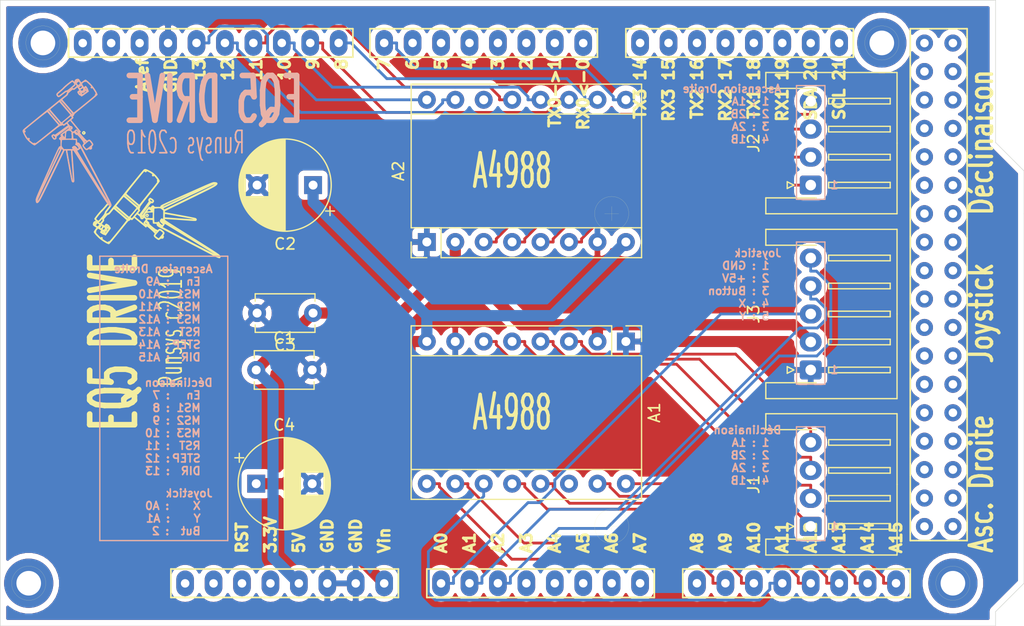
<source format=kicad_pcb>
(kicad_pcb (version 20171130) (host pcbnew 5.1.5-52549c5~84~ubuntu18.04.1)
  (layers (0 F.Cu signal) (31 B.Cu signal) (34 B.Paste user) (35 F.Paste user) (36 B.SilkS user) (37 F.SilkS user) (38 B.Mask user hide) (39 F.Mask user) (44 Edge.Cuts user))
  (net 0 "")
  (net 1 "Net-(SH1-Pad19)")
  (net 2 "Net-(SH1-Pad18)")
  (net 3 "Net-(SH1-Pad17)")
  (net 4 "Net-(SH1-Pad16)")
  (net 5 "Net-(SH1-Pad15)")
  (net 6 "Net-(SH1-Pad14)")
  (net 7 /13)
  (net 8 /12)
  (net 9 /11)
  (net 10 /10)
  (net 11 /9)
  (net 12 /8)
  (net 13 /7)
  (net 14 "Net-(SH1-Pad6)")
  (net 15 "Net-(SH1-Pad5)")
  (net 16 "Net-(SH1-Pad4)")
  (net 17 "Net-(SH1-Pad3)")
  (net 18 "Net-(SH1-Pad1)")
  (net 19 /A15)
  (net 20 /A14)
  (net 21 /A13)
  (net 22 /A12)
  (net 23 /A11)
  (net 24 /A10)
  (net 25 /A9)
  (net 26 "Net-(SH1-PadA8)")
  (net 27 "Net-(SH1-PadA7)")
  (net 28 "Net-(SH1-PadA6)")
  (net 29 "Net-(SH1-PadA5)")
  (net 30 "Net-(SH1-PadA4)")
  (net 31 "Net-(SH1-PadA3)")
  (net 32 "Net-(SH1-Pad21/2)")
  (net 33 "Net-(SH1-Pad20/2)")
  (net 34 "Net-(SH1-PadAREF)")
  (net 35 "Net-(SH1-Pad0)")
  (net 36 "Net-(SH1-Pad20/1)")
  (net 37 "Net-(SH1-Pad21/1)")
  (net 38 "Net-(SH1-Pad5V/3)")
  (net 39 "Net-(SH1-Pad5V/2)")
  (net 40 "Net-(SH1-Pad49)")
  (net 41 "Net-(SH1-Pad48)")
  (net 42 "Net-(SH1-Pad47)")
  (net 43 "Net-(SH1-Pad46)")
  (net 44 "Net-(SH1-Pad45)")
  (net 45 "Net-(SH1-Pad44)")
  (net 46 "Net-(SH1-Pad43)")
  (net 47 "Net-(SH1-Pad42)")
  (net 48 "Net-(SH1-Pad41)")
  (net 49 "Net-(SH1-Pad40)")
  (net 50 "Net-(SH1-Pad39)")
  (net 51 "Net-(SH1-Pad38)")
  (net 52 "Net-(SH1-Pad37)")
  (net 53 "Net-(SH1-Pad36)")
  (net 54 "Net-(SH1-Pad35)")
  (net 55 "Net-(SH1-Pad34)")
  (net 56 "Net-(SH1-Pad33)")
  (net 57 "Net-(SH1-Pad32)")
  (net 58 "Net-(SH1-Pad31)")
  (net 59 "Net-(SH1-Pad30)")
  (net 60 "Net-(SH1-Pad29)")
  (net 61 "Net-(SH1-Pad28)")
  (net 62 "Net-(SH1-Pad27)")
  (net 63 "Net-(SH1-Pad26)")
  (net 64 "Net-(SH1-Pad25)")
  (net 65 "Net-(SH1-Pad24)")
  (net 66 "Net-(SH1-Pad23)")
  (net 67 "Net-(SH1-Pad22)")
  (net 68 "Net-(SH1-Pad53)")
  (net 69 "Net-(SH1-Pad52)")
  (net 70 "Net-(SH1-Pad51)")
  (net 71 "Net-(SH1-Pad50)")
  (net 72 "Net-(SH1-PadGND4)")
  (net 73 "Net-(SH1-Pad3V3)")
  (net 74 "Net-(SH1-PadRST)")
  (net 75 "Net-(SH1-PadIREF)")
  (net 76 "Net-(SH1-PadNC)")
  (net 77 "Net-(A1-Pad3)")
  (net 78 "Net-(A1-Pad4)")
  (net 79 "Net-(A1-Pad5)")
  (net 80 "Net-(A1-Pad6)")
  (net 81 "Net-(A1-Pad14)")
  (net 82 "Net-(A2-Pad3)")
  (net 83 "Net-(A2-Pad4)")
  (net 84 "Net-(A2-Pad5)")
  (net 85 "Net-(A2-Pad6)")
  (net 86 "Net-(A2-Pad14)")
  (net 87 GND)
  (net 88 +5V)
  (net 89 +12V)
  (net 90 /A2)
  (net 91 /A0)
  (net 92 /A1)
  (net 93 "Net-(SH1-Pad2)")
  (module Connector_JST:JST_XH_S5B-XH-A-1_1x05_P2.50mm_Horizontal (layer F.Cu) (at 163.83 95.25 90)
    (fp_text reference J3 (at 5 -5.1 90) (layer F.SilkS))
    (fp_text value Conn_01x05_Male)
    (pad 5 thru_hole oval (at 10 0 90) (size 1.7 1.95) (drill 0.95) (layers *.Cu *.Mask) (net 90 /A2))
    (pad 4 thru_hole oval (at 7.5 0 90) (size 1.7 1.95) (drill 0.95) (layers *.Cu *.Mask) (net 92 /A1))
    (pad 3 thru_hole oval (at 5 0 90) (size 1.7 1.95) (drill 0.95) (layers *.Cu *.Mask) (net 91 /A0))
    (pad 2 thru_hole oval (at 2.5 0 90) (size 1.7 1.95) (drill 0.95) (layers *.Cu *.Mask) (net 88 +5V))
    (pad 1 thru_hole roundrect (at 0 0 90) (size 1.7 1.95) (drill 0.95) (layers *.Cu *.Mask) (roundrect_rratio 0.147059) (net 87 GND))
  )
  (module Connector_JST:JST_XH_S4B-XH-A-1_1x04_P2.50mm_Horizontal (layer F.Cu) (at 163.83 78.74 90)
    (fp_text reference J2 (at 3.75 -5.1 90) (layer F.SilkS))
    (fp_text value Conn_01x04_Male)
    (pad 4 thru_hole oval (at 7.5 0 90) (size 1.7 1.95) (drill 0.95) (layers *.Cu *.Mask) (net 82 "Net-(A2-Pad3)"))
    (pad 3 thru_hole oval (at 5 0 90) (size 1.7 1.95) (drill 0.95) (layers *.Cu *.Mask) (net 83 "Net-(A2-Pad4)"))
    (pad 2 thru_hole oval (at 2.5 0 90) (size 1.7 1.95) (drill 0.95) (layers *.Cu *.Mask) (net 84 "Net-(A2-Pad5)"))
    (pad 1 thru_hole roundrect (at 0 0 90) (size 1.7 1.95) (drill 0.95) (layers *.Cu *.Mask) (roundrect_rratio 0.147059) (net 85 "Net-(A2-Pad6)"))
  )
  (module Connector_JST:JST_XH_S4B-XH-A-1_1x04_P2.50mm_Horizontal (layer F.Cu) (at 163.83 109.22 90)
    (fp_text reference J1 (at 3.75 -5.1 90) (layer F.SilkS))
    (fp_text value Conn_01x04_Male)
    (pad 4 thru_hole oval (at 7.5 0 90) (size 1.7 1.95) (drill 0.95) (layers *.Cu *.Mask) (net 77 "Net-(A1-Pad3)"))
    (pad 3 thru_hole oval (at 5 0 90) (size 1.7 1.95) (drill 0.95) (layers *.Cu *.Mask) (net 78 "Net-(A1-Pad4)"))
    (pad 2 thru_hole oval (at 2.5 0 90) (size 1.7 1.95) (drill 0.95) (layers *.Cu *.Mask) (net 79 "Net-(A1-Pad5)"))
    (pad 1 thru_hole roundrect (at 0 0 90) (size 1.7 1.95) (drill 0.95) (layers *.Cu *.Mask) (roundrect_rratio 0.147059) (net 80 "Net-(A1-Pad6)"))
  )
  (module Capacitor_THT:C_Disc_D5.1mm_W3.2mm_P5.00mm (layer F.Cu) (at 119.38 90.17 180)
    (fp_text reference C3 (at 2.5 -2.85) (layer F.SilkS))
    (fp_text value 100n)
    (pad 2 thru_hole circle (at 5 0 180) (size 1.6 1.6) (drill 0.8) (layers *.Cu *.Mask) (net 87 GND))
    (pad 1 thru_hole circle (at 0 0 180) (size 1.6 1.6) (drill 0.8) (layers *.Cu *.Mask) (net 88 +5V))
  )
  (module Capacitor_THT:C_Disc_D5.1mm_W3.2mm_P5.00mm (layer F.Cu) (at 114.3 95.25)
    (fp_text reference C1 (at 2.5 -2.85) (layer F.SilkS))
    (fp_text value 100n)
    (pad 2 thru_hole circle (at 5 0) (size 1.6 1.6) (drill 0.8) (layers *.Cu *.Mask) (net 87 GND))
    (pad 1 thru_hole circle (at 0 0) (size 1.6 1.6) (drill 0.8) (layers *.Cu *.Mask) (net 88 +5V))
  )
  (module logo:tele (layer F.Cu) (at 99.06 74.93)
    (fp_text reference G1 hide)
    (fp_text value LOGO hide)
  )
  (module logo:tele (layer F.Cu) (at 105.41 81.28 90)
    (fp_text reference G0 hide)
    (fp_text value LOGO hide)
  )
  (module Capacitor_THT:CP_Radial_D8.0mm_P5.00mm (layer F.Cu) (at 114.3 105.41)
    (fp_text reference C4 (at 2.5 -5.25) (layer F.SilkS))
    (fp_text value 100u)
    (pad 2 thru_hole circle (at 5 0) (size 1.6 1.6) (drill 0.8) (layers *.Cu *.Mask) (net 87 GND))
    (pad 1 thru_hole rect (at 0 0) (size 1.6 1.6) (drill 0.8) (layers *.Cu *.Mask) (net 89 +12V))
  )
  (module Capacitor_THT:CP_Radial_D8.0mm_P5.00mm (layer F.Cu) (at 119.38 78.74 180)
    (fp_text reference C2 (at 2.5 -5.25) (layer F.SilkS))
    (fp_text value 100u)
    (pad 2 thru_hole circle (at 5 0 180) (size 1.6 1.6) (drill 0.8) (layers *.Cu *.Mask) (net 87 GND))
    (pad 1 thru_hole rect (at 0 0 180) (size 1.6 1.6) (drill 0.8) (layers *.Cu *.Mask) (net 89 +12V))
  )
  (module MountingHole:MountingHole_2.2mm_M2_Pad (layer F.Cu) (at 176.53 114.3)
    (fp_text reference REF2 hide)
    (fp_text value MountingHole_2.2mm_M2_Pad)
    (pad 1 thru_hole circle (at 0 0) (size 4.4 4.4) (drill 2.2) (layers *.Cu *.Mask))
  )
  (module MountingHole:MountingHole_2.2mm_M2_Pad (layer F.Cu) (at 170.18 66.04)
    (fp_text reference REF3 hide)
    (fp_text value MountingHole_2.2mm_M2_Pad)
    (pad 1 thru_hole circle (at 0 0) (size 4.4 4.4) (drill 2.2) (layers *.Cu *.Mask))
  )
  (module MountingHole:MountingHole_2.2mm_M2_Pad (layer F.Cu) (at 93.98 114.3)
    (fp_text reference REF1 hide)
    (fp_text value MountingHole_2.2mm_M2_Pad)
    (pad 1 thru_hole circle (at 0 0) (size 4.4 4.4) (drill 2.2) (layers *.Cu *.Mask))
  )
  (module MountingHole:MountingHole_2.2mm_M2_Pad (layer F.Cu) (at 95.25 66.04)
    (fp_text reference REF** hide)
    (fp_text value MountingHole_2.2mm_M2_Pad)
    (pad 1 thru_hole circle (at 0 0) (size 4.4 4.4) (drill 2.2) (layers *.Cu *.Mask))
  )
  (module Modules:Pololu_Breakout-16_15.2x20.3mm (layer F.Cu) (at 129.54 83.82 90)
    (fp_text reference A2 (at 6.35 -2.54 90) (layer F.SilkS))
    (fp_text value Pololu_Breakout_A4988)
    (pad 1 thru_hole rect (at 0 0 90) (size 1.6 1.6) (drill 0.8) (layers *.Cu *.Mask) (net 87 GND))
    (pad 9 thru_hole oval (at 12.7 17.78 90) (size 1.6 1.6) (drill 0.8) (layers *.Cu *.Mask) (net 13 /7))
    (pad 2 thru_hole oval (at 0 2.54 90) (size 1.6 1.6) (drill 0.8) (layers *.Cu *.Mask) (net 88 +5V))
    (pad 10 thru_hole oval (at 12.7 15.24 90) (size 1.6 1.6) (drill 0.8) (layers *.Cu *.Mask) (net 12 /8))
    (pad 3 thru_hole oval (at 0 5.08 90) (size 1.6 1.6) (drill 0.8) (layers *.Cu *.Mask) (net 82 "Net-(A2-Pad3)"))
    (pad 11 thru_hole oval (at 12.7 12.7 90) (size 1.6 1.6) (drill 0.8) (layers *.Cu *.Mask) (net 11 /9))
    (pad 4 thru_hole oval (at 0 7.62 90) (size 1.6 1.6) (drill 0.8) (layers *.Cu *.Mask) (net 83 "Net-(A2-Pad4)"))
    (pad 12 thru_hole oval (at 12.7 10.16 90) (size 1.6 1.6) (drill 0.8) (layers *.Cu *.Mask) (net 10 /10))
    (pad 5 thru_hole oval (at 0 10.16 90) (size 1.6 1.6) (drill 0.8) (layers *.Cu *.Mask) (net 84 "Net-(A2-Pad5)"))
    (pad 13 thru_hole oval (at 12.7 7.62 90) (size 1.6 1.6) (drill 0.8) (layers *.Cu *.Mask) (net 9 /11))
    (pad 6 thru_hole oval (at 0 12.7 90) (size 1.6 1.6) (drill 0.8) (layers *.Cu *.Mask) (net 85 "Net-(A2-Pad6)"))
    (pad 14 thru_hole oval (at 12.7 5.08 90) (size 1.6 1.6) (drill 0.8) (layers *.Cu *.Mask) (net 86 "Net-(A2-Pad14)"))
    (pad 7 thru_hole oval (at 0 15.24 90) (size 1.6 1.6) (drill 0.8) (layers *.Cu *.Mask) (net 87 GND))
    (pad 15 thru_hole oval (at 12.7 2.54 90) (size 1.6 1.6) (drill 0.8) (layers *.Cu *.Mask) (net 8 /12))
    (pad 8 thru_hole oval (at 0 17.78 90) (size 1.6 1.6) (drill 0.8) (layers *.Cu *.Mask) (net 89 +12V))
    (pad 16 thru_hole oval (at 12.7 0 90) (size 1.6 1.6) (drill 0.8) (layers *.Cu *.Mask) (net 7 /13))
  )
  (module Modules:Pololu_Breakout-16_15.2x20.3mm (layer F.Cu) (at 147.32 92.71 270)
    (fp_text reference A1 (at 6.35 -2.54 90) (layer F.SilkS))
    (fp_text value Pololu_Breakout_A4988)
    (pad 1 thru_hole rect (at 0 0 270) (size 1.6 1.6) (drill 0.8) (layers *.Cu *.Mask) (net 87 GND))
    (pad 9 thru_hole oval (at 12.7 17.78 270) (size 1.6 1.6) (drill 0.8) (layers *.Cu *.Mask) (net 25 /A9))
    (pad 2 thru_hole oval (at 0 2.54 270) (size 1.6 1.6) (drill 0.8) (layers *.Cu *.Mask) (net 88 +5V))
    (pad 10 thru_hole oval (at 12.7 15.24 270) (size 1.6 1.6) (drill 0.8) (layers *.Cu *.Mask) (net 24 /A10))
    (pad 3 thru_hole oval (at 0 5.08 270) (size 1.6 1.6) (drill 0.8) (layers *.Cu *.Mask) (net 77 "Net-(A1-Pad3)"))
    (pad 11 thru_hole oval (at 12.7 12.7 270) (size 1.6 1.6) (drill 0.8) (layers *.Cu *.Mask) (net 23 /A11))
    (pad 4 thru_hole oval (at 0 7.62 270) (size 1.6 1.6) (drill 0.8) (layers *.Cu *.Mask) (net 78 "Net-(A1-Pad4)"))
    (pad 12 thru_hole oval (at 12.7 10.16 270) (size 1.6 1.6) (drill 0.8) (layers *.Cu *.Mask) (net 22 /A12))
    (pad 5 thru_hole oval (at 0 10.16 270) (size 1.6 1.6) (drill 0.8) (layers *.Cu *.Mask) (net 79 "Net-(A1-Pad5)"))
    (pad 13 thru_hole oval (at 12.7 7.62 270) (size 1.6 1.6) (drill 0.8) (layers *.Cu *.Mask) (net 21 /A13))
    (pad 6 thru_hole oval (at 0 12.7 270) (size 1.6 1.6) (drill 0.8) (layers *.Cu *.Mask) (net 80 "Net-(A1-Pad6)"))
    (pad 14 thru_hole oval (at 12.7 5.08 270) (size 1.6 1.6) (drill 0.8) (layers *.Cu *.Mask) (net 81 "Net-(A1-Pad14)"))
    (pad 7 thru_hole oval (at 0 15.24 270) (size 1.6 1.6) (drill 0.8) (layers *.Cu *.Mask) (net 87 GND))
    (pad 15 thru_hole oval (at 12.7 2.54 270) (size 1.6 1.6) (drill 0.8) (layers *.Cu *.Mask) (net 20 /A14))
    (pad 8 thru_hole oval (at 0 17.78 270) (size 1.6 1.6) (drill 0.8) (layers *.Cu *.Mask) (net 89 +12V))
    (pad 16 thru_hole oval (at 12.7 0 270) (size 1.6 1.6) (drill 0.8) (layers *.Cu *.Mask) (net 19 /A15))
  )
  (module SHIELD_ARDUINO:ARDUINO_MEGA_2560_R3_ELL (layer F.Cu) (at 130.81 90.17)
    (fp_text reference SH1 hide)
    (fp_text value ARDUINO_MEGA hide)
    (pad 19 thru_hole oval (at 30.48 -24.13) (size 1.5748 2.286) (drill 0.762) (layers *.Cu *.Mask) (net 1 "Net-(SH1-Pad19)"))
    (pad 18 thru_hole oval (at 27.94 -24.13) (size 1.5748 2.286) (drill 0.762) (layers *.Cu *.Mask) (net 2 "Net-(SH1-Pad18)"))
    (pad 17 thru_hole oval (at 25.4 -24.13) (size 1.5748 2.286) (drill 0.762) (layers *.Cu *.Mask) (net 3 "Net-(SH1-Pad17)"))
    (pad 16 thru_hole oval (at 22.86 -24.13) (size 1.5748 2.286) (drill 0.762) (layers *.Cu *.Mask) (net 4 "Net-(SH1-Pad16)"))
    (pad 15 thru_hole oval (at 20.32 -24.13) (size 1.5748 2.286) (drill 0.762) (layers *.Cu *.Mask) (net 5 "Net-(SH1-Pad15)"))
    (pad 14 thru_hole oval (at 17.78 -24.13) (size 1.5748 2.286) (drill 0.762) (layers *.Cu *.Mask) (net 6 "Net-(SH1-Pad14)"))
    (pad 13 thru_hole oval (at -21.844 -24.13) (size 1.5748 2.286) (drill 0.762) (layers *.Cu *.Mask) (net 7 /13))
    (pad 12 thru_hole oval (at -19.304 -24.13) (size 1.5748 2.286) (drill 0.762) (layers *.Cu *.Mask) (net 8 /12))
    (pad 11 thru_hole oval (at -16.764 -24.13) (size 1.5748 2.286) (drill 0.762) (layers *.Cu *.Mask) (net 9 /11))
    (pad 10 thru_hole oval (at -14.224 -24.13) (size 1.5748 2.286) (drill 0.762) (layers *.Cu *.Mask) (net 10 /10))
    (pad 9 thru_hole oval (at -11.684 -24.13) (size 1.5748 2.286) (drill 0.762) (layers *.Cu *.Mask) (net 11 /9))
    (pad 8 thru_hole oval (at -9.144 -24.13) (size 1.5748 2.286) (drill 0.762) (layers *.Cu *.Mask) (net 12 /8))
    (pad 7 thru_hole oval (at -5.08 -24.13) (size 1.5748 2.286) (drill 0.762) (layers *.Cu *.Mask) (net 13 /7))
    (pad 6 thru_hole oval (at -2.54 -24.13) (size 1.5748 2.286) (drill 0.762) (layers *.Cu *.Mask) (net 14 "Net-(SH1-Pad6)"))
    (pad 5 thru_hole oval (at 0 -24.13) (size 1.5748 2.286) (drill 0.762) (layers *.Cu *.Mask) (net 15 "Net-(SH1-Pad5)"))
    (pad 4 thru_hole oval (at 2.54 -24.13) (size 1.5748 2.286) (drill 0.762) (layers *.Cu *.Mask) (net 16 "Net-(SH1-Pad4)"))
    (pad 3 thru_hole oval (at 5.08 -24.13) (size 1.5748 2.286) (drill 0.762) (layers *.Cu *.Mask) (net 17 "Net-(SH1-Pad3)"))
    (pad 2 thru_hole oval (at 7.62 -24.13) (size 1.5748 2.286) (drill 0.762) (layers *.Cu *.Mask) (net 93 "Net-(SH1-Pad2)"))
    (pad 1 thru_hole oval (at 10.16 -24.13) (size 1.5748 2.286) (drill 0.762) (layers *.Cu *.Mask) (net 18 "Net-(SH1-Pad1)"))
    (pad A15 thru_hole oval (at 40.64 24.13) (size 1.5748 2.286) (drill 0.762) (layers *.Cu *.Mask) (net 19 /A15))
    (pad A14 thru_hole oval (at 38.1 24.13) (size 1.5748 2.286) (drill 0.762) (layers *.Cu *.Mask) (net 20 /A14))
    (pad A13 thru_hole oval (at 35.56 24.13) (size 1.5748 2.286) (drill 0.762) (layers *.Cu *.Mask) (net 21 /A13))
    (pad A12 thru_hole oval (at 33.02 24.13) (size 1.5748 2.286) (drill 0.762) (layers *.Cu *.Mask) (net 22 /A12))
    (pad A11 thru_hole oval (at 30.48 24.13) (size 1.5748 2.286) (drill 0.762) (layers *.Cu *.Mask) (net 23 /A11))
    (pad A10 thru_hole oval (at 27.94 24.13) (size 1.5748 2.286) (drill 0.762) (layers *.Cu *.Mask) (net 24 /A10))
    (pad A9 thru_hole oval (at 25.4 24.13) (size 1.5748 2.286) (drill 0.762) (layers *.Cu *.Mask) (net 25 /A9))
    (pad A8 thru_hole oval (at 22.86 24.13) (size 1.5748 2.286) (drill 0.762) (layers *.Cu *.Mask) (net 26 "Net-(SH1-PadA8)"))
    (pad A7 thru_hole oval (at 17.78 24.13) (size 1.5748 2.286) (drill 0.762) (layers *.Cu *.Mask) (net 27 "Net-(SH1-PadA7)"))
    (pad A6 thru_hole oval (at 15.24 24.13) (size 1.5748 2.286) (drill 0.762) (layers *.Cu *.Mask) (net 28 "Net-(SH1-PadA6)"))
    (pad A5 thru_hole oval (at 12.7 24.13) (size 1.5748 2.286) (drill 0.762) (layers *.Cu *.Mask) (net 29 "Net-(SH1-PadA5)"))
    (pad A4 thru_hole oval (at 10.16 24.13) (size 1.5748 2.286) (drill 0.762) (layers *.Cu *.Mask) (net 30 "Net-(SH1-PadA4)"))
    (pad A3 thru_hole oval (at 7.62 24.13) (size 1.5748 2.286) (drill 0.762) (layers *.Cu *.Mask) (net 31 "Net-(SH1-PadA3)"))
    (pad A2 thru_hole oval (at 5.08 24.13) (size 1.5748 2.286) (drill 0.762) (layers *.Cu *.Mask) (net 90 /A2))
    (pad A1 thru_hole oval (at 2.54 24.13) (size 1.5748 2.286) (drill 0.762) (layers *.Cu *.Mask) (net 92 /A1))
    (pad 21/2 thru_hole oval (at -32.004 -24.1173) (size 1.5748 2.286) (drill 0.762) (layers *.Cu *.Mask) (net 32 "Net-(SH1-Pad21/2)"))
    (pad 20/2 thru_hole oval (at -29.464 -24.1173) (size 1.5748 2.286) (drill 0.762) (layers *.Cu *.Mask) (net 33 "Net-(SH1-Pad20/2)"))
    (pad AREF thru_hole oval (at -26.924 -24.1173) (size 1.5748 2.286) (drill 0.762) (layers *.Cu *.Mask) (net 34 "Net-(SH1-PadAREF)"))
    (pad GND3 thru_hole oval (at -24.384 -24.1173) (size 1.5748 2.286) (drill 0.762) (layers *.Cu *.Mask) (net 87 GND))
    (pad 0 thru_hole oval (at 12.7 -24.1173) (size 1.5748 2.286) (drill 0.762) (layers *.Cu *.Mask) (net 35 "Net-(SH1-Pad0)"))
    (pad 20/1 thru_hole oval (at 33.02 -24.1173) (size 1.5748 2.286) (drill 0.762) (layers *.Cu *.Mask) (net 36 "Net-(SH1-Pad20/1)"))
    (pad 21/1 thru_hole oval (at 35.56 -24.1173) (size 1.5748 2.286) (drill 0.762) (layers *.Cu *.Mask) (net 37 "Net-(SH1-Pad21/1)"))
    (pad 5V/3 thru_hole circle (at 45.72 -24.1173) (size 1.524 1.524) (drill 0.762) (layers *.Cu *.Mask) (net 38 "Net-(SH1-Pad5V/3)"))
    (pad 5V/2 thru_hole circle (at 43.18 -24.1173) (size 1.524 1.524) (drill 0.762) (layers *.Cu *.Mask) (net 39 "Net-(SH1-Pad5V/2)"))
    (pad 49 thru_hole circle (at 45.72 11.4427) (size 1.524 1.524) (drill 0.762) (layers *.Cu *.Mask) (net 40 "Net-(SH1-Pad49)"))
    (pad 48 thru_hole circle (at 43.18 11.4427) (size 1.524 1.524) (drill 0.762) (layers *.Cu *.Mask) (net 41 "Net-(SH1-Pad48)"))
    (pad 47 thru_hole circle (at 45.72 8.9027) (size 1.524 1.524) (drill 0.762) (layers *.Cu *.Mask) (net 42 "Net-(SH1-Pad47)"))
    (pad 46 thru_hole circle (at 43.18 8.9027) (size 1.524 1.524) (drill 0.762) (layers *.Cu *.Mask) (net 43 "Net-(SH1-Pad46)"))
    (pad 45 thru_hole circle (at 45.72 6.3627) (size 1.524 1.524) (drill 0.762) (layers *.Cu *.Mask) (net 44 "Net-(SH1-Pad45)"))
    (pad 44 thru_hole circle (at 43.18 6.3627) (size 1.524 1.524) (drill 0.762) (layers *.Cu *.Mask) (net 45 "Net-(SH1-Pad44)"))
    (pad 43 thru_hole circle (at 45.72 3.8227) (size 1.524 1.524) (drill 0.762) (layers *.Cu *.Mask) (net 46 "Net-(SH1-Pad43)"))
    (pad 42 thru_hole circle (at 43.18 3.8227) (size 1.524 1.524) (drill 0.762) (layers *.Cu *.Mask) (net 47 "Net-(SH1-Pad42)"))
    (pad 41 thru_hole circle (at 45.72 1.2827) (size 1.524 1.524) (drill 0.762) (layers *.Cu *.Mask) (net 48 "Net-(SH1-Pad41)"))
    (pad 40 thru_hole circle (at 43.18 1.2827) (size 1.524 1.524) (drill 0.762) (layers *.Cu *.Mask) (net 49 "Net-(SH1-Pad40)"))
    (pad 39 thru_hole circle (at 45.72 -1.2573) (size 1.524 1.524) (drill 0.762) (layers *.Cu *.Mask) (net 50 "Net-(SH1-Pad39)"))
    (pad 38 thru_hole circle (at 43.18 -1.2573) (size 1.524 1.524) (drill 0.762) (layers *.Cu *.Mask) (net 51 "Net-(SH1-Pad38)"))
    (pad 37 thru_hole circle (at 45.72 -3.7973) (size 1.524 1.524) (drill 0.762) (layers *.Cu *.Mask) (net 52 "Net-(SH1-Pad37)"))
    (pad 36 thru_hole circle (at 43.18 -3.7973) (size 1.524 1.524) (drill 0.762) (layers *.Cu *.Mask) (net 53 "Net-(SH1-Pad36)"))
    (pad 35 thru_hole circle (at 45.72 -6.3373) (size 1.524 1.524) (drill 0.762) (layers *.Cu *.Mask) (net 54 "Net-(SH1-Pad35)"))
    (pad 34 thru_hole circle (at 43.18 -6.3373) (size 1.524 1.524) (drill 0.762) (layers *.Cu *.Mask) (net 55 "Net-(SH1-Pad34)"))
    (pad 33 thru_hole circle (at 45.72 -8.8773) (size 1.524 1.524) (drill 0.762) (layers *.Cu *.Mask) (net 56 "Net-(SH1-Pad33)"))
    (pad 32 thru_hole circle (at 43.18 -8.8773) (size 1.524 1.524) (drill 0.762) (layers *.Cu *.Mask) (net 57 "Net-(SH1-Pad32)"))
    (pad 31 thru_hole circle (at 45.72 -11.4173) (size 1.524 1.524) (drill 0.762) (layers *.Cu *.Mask) (net 58 "Net-(SH1-Pad31)"))
    (pad 30 thru_hole circle (at 43.18 -11.4173) (size 1.524 1.524) (drill 0.762) (layers *.Cu *.Mask) (net 59 "Net-(SH1-Pad30)"))
    (pad 29 thru_hole circle (at 45.72 -13.9573) (size 1.524 1.524) (drill 0.762) (layers *.Cu *.Mask) (net 60 "Net-(SH1-Pad29)"))
    (pad 28 thru_hole circle (at 43.18 -13.9573) (size 1.524 1.524) (drill 0.762) (layers *.Cu *.Mask) (net 61 "Net-(SH1-Pad28)"))
    (pad 27 thru_hole circle (at 45.72 -16.4973) (size 1.524 1.524) (drill 0.762) (layers *.Cu *.Mask) (net 62 "Net-(SH1-Pad27)"))
    (pad 26 thru_hole circle (at 43.18 -16.4973) (size 1.524 1.524) (drill 0.762) (layers *.Cu *.Mask) (net 63 "Net-(SH1-Pad26)"))
    (pad 25 thru_hole circle (at 45.72 -19.0373) (size 1.524 1.524) (drill 0.762) (layers *.Cu *.Mask) (net 64 "Net-(SH1-Pad25)"))
    (pad 24 thru_hole circle (at 43.18 -19.0373) (size 1.524 1.524) (drill 0.762) (layers *.Cu *.Mask) (net 65 "Net-(SH1-Pad24)"))
    (pad 23 thru_hole circle (at 45.72 -21.5773) (size 1.524 1.524) (drill 0.762) (layers *.Cu *.Mask) (net 66 "Net-(SH1-Pad23)"))
    (pad 22 thru_hole circle (at 43.18 -21.5773) (size 1.524 1.524) (drill 0.762) (layers *.Cu *.Mask) (net 67 "Net-(SH1-Pad22)"))
    (pad 53 thru_hole circle (at 45.72 16.5227) (size 1.524 1.524) (drill 0.762) (layers *.Cu *.Mask) (net 68 "Net-(SH1-Pad53)"))
    (pad 52 thru_hole circle (at 43.18 16.5227) (size 1.524 1.524) (drill 0.762) (layers *.Cu *.Mask) (net 69 "Net-(SH1-Pad52)"))
    (pad 51 thru_hole circle (at 45.72 13.9827) (size 1.524 1.524) (drill 0.762) (layers *.Cu *.Mask) (net 70 "Net-(SH1-Pad51)"))
    (pad 50 thru_hole circle (at 43.18 13.9827) (size 1.524 1.524) (drill 0.762) (layers *.Cu *.Mask) (net 71 "Net-(SH1-Pad50)"))
    (pad GND5 thru_hole circle (at 45.72 19.0627) (size 1.524 1.524) (drill 0.762) (layers *.Cu *.Mask))
    (pad GND4 thru_hole circle (at 43.18 19.0627) (size 1.524 1.524) (drill 0.762) (layers *.Cu *.Mask) (net 72 "Net-(SH1-PadGND4)"))
    (pad A0 thru_hole oval (at 0 24.1427) (size 1.5748 2.286) (drill 0.762) (layers *.Cu *.Mask) (net 91 /A0))
    (pad VIN thru_hole oval (at -5.08 24.1427) (size 1.5748 2.286) (drill 0.762) (layers *.Cu *.Mask) (net 89 +12V))
    (pad GND2 thru_hole oval (at -7.62 24.1427) (size 1.5748 2.286) (drill 0.762) (layers *.Cu *.Mask) (net 87 GND))
    (pad GND1 thru_hole oval (at -10.16 24.1427) (size 1.5748 2.286) (drill 0.762) (layers *.Cu *.Mask) (net 87 GND))
    (pad 5V/1 thru_hole oval (at -12.7 24.1427) (size 1.5748 2.286) (drill 0.762) (layers *.Cu *.Mask) (net 88 +5V))
    (pad 3V3 thru_hole oval (at -15.24 24.1427) (size 1.5748 2.286) (drill 0.762) (layers *.Cu *.Mask) (net 73 "Net-(SH1-Pad3V3)"))
    (pad RST thru_hole oval (at -17.78 24.1427) (size 1.5748 2.286) (drill 0.762) (layers *.Cu *.Mask) (net 74 "Net-(SH1-PadRST)"))
    (pad IREF thru_hole oval (at -20.32 24.1427) (size 1.5748 2.286) (drill 0.762) (layers *.Cu *.Mask) (net 75 "Net-(SH1-PadIREF)"))
    (pad NC thru_hole oval (at -22.86 24.1427) (size 1.5748 2.286) (drill 0.762) (layers *.Cu *.Mask) (net 76 "Net-(SH1-PadNC)"))
  )
  (gr_line (start 111.76 85.09) (end 111.76 110.49) (layer B.SilkS) (width 0.12))
  (gr_line (start 100.33 85.09) (end 111.76 85.09) (layer B.SilkS) (width 0.12))
  (gr_line (start 100.33 110.49) (end 100.33 85.09) (layer B.SilkS) (width 0.12))
  (gr_line (start 111.76 110.49) (end 100.33 110.49) (layer B.SilkS) (width 0.12))
  (gr_line (start 180.34 118.11) (end 180.34 116.84) (layer Edge.Cuts) (width 0.05))
  (gr_line (start 180.34 118.11) (end 91.44 118.11) (layer Edge.Cuts) (width 0.05))
  (gr_line (start 182.88 77.47) (end 182.88 81.28) (layer Edge.Cuts) (width 0.05))
  (gr_line (start 180.34 74.93) (end 182.88 77.47) (layer Edge.Cuts) (width 0.05))
  (gr_line (start 180.34 62.23) (end 180.34 74.93) (layer Edge.Cuts) (width 0.05))
  (gr_line (start 182.88 114.3) (end 182.88 81.28) (layer Edge.Cuts) (width 0.05))
  (gr_line (start 180.34 116.84) (end 182.88 114.3) (layer Edge.Cuts) (width 0.05))
  (gr_text "\n: 7\n: 8\n: 9\n: 10\n: 11  \n: 12\n: 13" (at 106.68 100.33) (layer B.SilkS) (effects (font (size 0.7 0.7)) (justify left mirror)))
  (gr_text "\n: A9\n: A10\n: A11\n: A12\n: A13  \n: A14\n: A15" (at 106.68 90.17) (layer B.SilkS) (effects (font (size 0.7 0.7)) (justify left mirror)))
  (gr_text 1 (at 166.37 95.25) (layer B.SilkS) (effects (font (size 0.7 0.7)) (justify left mirror)))
  (gr_text 1 (at 166.37 78.74) (layer B.SilkS) (effects (font (size 0.7 0.7)) (justify left mirror)))
  (gr_text 1 (at 166.37 109.22) (layer B.SilkS) (effects (font (size 0.7 0.7)) (justify left mirror)))
  (gr_text "Joystick\n  1 : GND\n  2 : +5V\n  3 : Button\n  4 : X\n  5 : Y\n" (at 161.29 87.63) (layer B.SilkS) (effects (font (size 0.7 0.7)) (justify left mirror)))
  (gr_text "Déclinaison\n  En\n  MS1\n  MS2\n  MS3\n  RST\n  STEP\n  DIR" (at 110.49 100.33) (layer B.SilkS) (effects (font (size 0.7 0.7)) (justify left mirror)))
  (gr_text "Ascension Droite\n  En\n  MS1\n  MS2\n  MS3\n  RST  \n  STEP\n  DIR" (at 110.49 90.17) (layer B.SilkS) (effects (font (size 0.7 0.7)) (justify left mirror)))
  (gr_text "Joystick\n  X    : A0\n  Y    : A1\n  But  : 2\n" (at 110.49 107.95) (layer B.SilkS) (effects (font (size 0.7 0.7)) (justify left mirror)))
  (gr_line (start 162.56 96.52) (end 165.1 96.52) (layer B.SilkS) (width 0.12))
  (gr_line (start 165.1 96.52) (end 165.1 83.82) (layer B.SilkS) (width 0.12))
  (gr_line (start 162.56 83.82) (end 162.56 96.52) (layer B.SilkS) (width 0.12))
  (gr_line (start 165.1 83.82) (end 162.56 83.82) (layer B.SilkS) (width 0.12))
  (gr_line (start 165.1 69.85) (end 162.56 69.85) (layer B.SilkS) (width 0.12))
  (gr_line (start 165.1 80.01) (end 165.1 69.85) (layer B.SilkS) (width 0.12))
  (gr_line (start 162.56 80.01) (end 165.1 80.01) (layer B.SilkS) (width 0.12))
  (gr_line (start 162.56 69.85) (end 162.56 80.01) (layer B.SilkS) (width 0.12))
  (gr_line (start 162.56 100.33) (end 162.56 110.49) (layer B.SilkS) (width 0.12))
  (gr_line (start 165.1 100.33) (end 162.56 100.33) (layer B.SilkS) (width 0.12))
  (gr_line (start 165.1 110.49) (end 165.1 100.33) (layer B.SilkS) (width 0.12))
  (gr_line (start 162.56 110.49) (end 165.1 110.49) (layer B.SilkS) (width 0.12))
  (gr_text "Runsys c2019" (at 107.95 74.93) (layer B.SilkS) (effects (font (size 2 1)) (justify mirror)))
  (gr_text "EQ5 DRIVE" (at 110.49 71.12) (layer B.SilkS) (effects (font (size 4 2) (thickness 0.5)) (justify mirror)))
  (gr_text "Déclinaison\n  1 : 1A\n  2 : 2B\n  3 : 2A\n  4 : 1B" (at 161.29 102.87) (layer B.SilkS) (effects (font (size 0.7 0.7)) (justify left mirror)))
  (gr_text "Ascension Droite\n  1 : 1A\n  2 : 2B\n  3 : 2A\n  4 : 1B" (at 161.29 72.39) (layer B.SilkS) (effects (font (size 0.7 0.7)) (justify left mirror)))
  (gr_text A4988 (at 137.16 99.06) (layer F.SilkS) (effects (font (size 3 1.5) (thickness 0.3))))
  (gr_text A4988 (at 137.16 77.47) (layer F.SilkS) (effects (font (size 3 1.5) (thickness 0.3))))
  (gr_text 8 (at 121.92 67.31 90) (layer F.SilkS) (effects (font (size 1 1) (thickness 0.25)) (justify right)))
  (gr_text 9 (at 119.38 67.31 90) (layer F.SilkS) (effects (font (size 1 1) (thickness 0.25)) (justify right)))
  (gr_text 10 (at 116.84 67.31 90) (layer F.SilkS) (effects (font (size 1 1) (thickness 0.25)) (justify right)))
  (gr_text 11 (at 114.3 67.31 90) (layer F.SilkS) (effects (font (size 1 1) (thickness 0.25)) (justify right)))
  (gr_text 12 (at 111.76 67.31 90) (layer F.SilkS) (effects (font (size 1 1) (thickness 0.25)) (justify right)))
  (gr_text 13 (at 109.22 67.31 90) (layer F.SilkS) (effects (font (size 1 1) (thickness 0.25)) (justify right)))
  (gr_text "GND\n" (at 106.68 67.31 90) (layer F.SilkS) (effects (font (size 1 1) (thickness 0.25)) (justify right)))
  (gr_text Aref (at 104.14 67.31 90) (layer F.SilkS) (effects (font (size 1 1) (thickness 0.25)) (justify right)))
  (gr_text "SCL 21\n" (at 166.37 67.31 90) (layer F.SilkS) (effects (font (size 1 1) (thickness 0.25)) (justify right)))
  (gr_text "SDA 20" (at 163.83 67.31 90) (layer F.SilkS) (effects (font (size 1 1) (thickness 0.25)) (justify right)))
  (gr_text "RX1 19" (at 161.29 67.31 90) (layer F.SilkS) (effects (font (size 1 1) (thickness 0.25)) (justify right)))
  (gr_text "TX1 18" (at 158.75 67.31 90) (layer F.SilkS) (effects (font (size 1 1) (thickness 0.25)) (justify right)))
  (gr_text "RX2 17" (at 156.21 67.31 90) (layer F.SilkS) (effects (font (size 1 1) (thickness 0.25)) (justify right)))
  (gr_text "TX2 16" (at 153.67 67.31 90) (layer F.SilkS) (effects (font (size 1 1) (thickness 0.25)) (justify right)))
  (gr_text "RX3 15" (at 151.13 67.31 90) (layer F.SilkS) (effects (font (size 1 1) (thickness 0.25)) (justify right)))
  (gr_text "TX3 14" (at 148.59 67.31 90) (layer F.SilkS) (effects (font (size 1 1) (thickness 0.25)) (justify right)))
  (gr_text RX0<-0 (at 143.51 67.31 90) (layer F.SilkS) (effects (font (size 1 1) (thickness 0.25)) (justify right)))
  (gr_text TX0->1 (at 140.97 67.31 90) (layer F.SilkS) (effects (font (size 1 1) (thickness 0.25)) (justify right)))
  (gr_text 2 (at 138.43 67.31 90) (layer F.SilkS) (effects (font (size 1 1) (thickness 0.25)) (justify right)))
  (gr_text 3 (at 135.89 67.31 90) (layer F.SilkS) (effects (font (size 1 1) (thickness 0.25)) (justify right)))
  (gr_text 4 (at 133.35 67.31 90) (layer F.SilkS) (effects (font (size 1 1) (thickness 0.25)) (justify right)))
  (gr_text 5 (at 130.81 67.31 90) (layer F.SilkS) (effects (font (size 1 1) (thickness 0.25)) (justify right)))
  (gr_text "6\n" (at 128.27 67.31 90) (layer F.SilkS) (effects (font (size 1 1) (thickness 0.25)) (justify right)))
  (gr_text 7 (at 125.73 67.31 90) (layer F.SilkS) (effects (font (size 1 1) (thickness 0.25)) (justify right)))
  (gr_text A15 (at 171.45 111.76 90) (layer F.SilkS) (effects (font (size 1 1) (thickness 0.25)) (justify left)))
  (gr_text "A14\n" (at 168.91 111.76 90) (layer F.SilkS) (effects (font (size 1 1) (thickness 0.25)) (justify left)))
  (gr_text A13 (at 166.37 111.76 90) (layer F.SilkS) (effects (font (size 1 1) (thickness 0.25)) (justify left)))
  (gr_text "A12\n" (at 163.83 111.76 90) (layer F.SilkS) (effects (font (size 1 1) (thickness 0.25)) (justify left)))
  (gr_text A11 (at 161.29 111.76 90) (layer F.SilkS) (effects (font (size 1 1) (thickness 0.25)) (justify left)))
  (gr_text A10 (at 158.75 111.76 90) (layer F.SilkS) (effects (font (size 1 1) (thickness 0.25)) (justify left)))
  (gr_text A9 (at 156.21 111.76 90) (layer F.SilkS) (effects (font (size 1 1) (thickness 0.25)) (justify left)))
  (gr_text A8 (at 153.67 111.76 90) (layer F.SilkS) (effects (font (size 1 1) (thickness 0.25)) (justify left)))
  (gr_text "A7\n" (at 148.59 111.76 90) (layer F.SilkS) (effects (font (size 1 1) (thickness 0.25)) (justify left)))
  (gr_text A6 (at 146.05 111.76 90) (layer F.SilkS) (effects (font (size 1 1) (thickness 0.25)) (justify left)))
  (gr_text A5 (at 143.51 111.76 90) (layer F.SilkS) (effects (font (size 1 1) (thickness 0.25)) (justify left)))
  (gr_text A4 (at 140.97 111.76 90) (layer F.SilkS) (effects (font (size 1 1) (thickness 0.25)) (justify left)))
  (gr_text "A3\n" (at 138.43 111.76 90) (layer F.SilkS) (effects (font (size 1 1) (thickness 0.25)) (justify left)))
  (gr_text A2 (at 135.89 111.76 90) (layer F.SilkS) (effects (font (size 1 1) (thickness 0.25)) (justify left)))
  (gr_text A1 (at 133.35 111.76 90) (layer F.SilkS) (effects (font (size 1 1) (thickness 0.25)) (justify left)))
  (gr_text A0 (at 130.81 111.76 90) (layer F.SilkS) (effects (font (size 1 1) (thickness 0.25)) (justify left)))
  (gr_text "RST\n" (at 113.03 111.76 90) (layer F.SilkS) (effects (font (size 1 1) (thickness 0.25)) (justify left)))
  (gr_text 3.3V (at 115.57 111.76 90) (layer F.SilkS) (effects (font (size 1 1) (thickness 0.25)) (justify left)))
  (gr_text 5V (at 118.11 111.76 90) (layer F.SilkS) (effects (font (size 1 1) (thickness 0.25)) (justify left)))
  (gr_text Vin (at 125.73 111.76 90) (layer F.SilkS) (effects (font (size 1 1) (thickness 0.25)) (justify left)))
  (gr_text GND (at 120.65 111.76 90) (layer F.SilkS) (effects (font (size 1 1) (thickness 0.25)) (justify left)))
  (gr_text GND (at 123.19 111.76 90) (layer F.SilkS) (effects (font (size 1 1) (thickness 0.25)) (justify left)))
  (gr_text Joystick (at 179.07 90.17 90) (layer F.SilkS) (effects (font (size 2 1.5) (thickness 0.3))))
  (gr_text Déclinaison (at 179.07 74.93 90) (layer F.SilkS) (effects (font (size 2 1.5) (thickness 0.3))))
  (gr_text "Asc. Droite" (at 179.07 105.41 90) (layer F.SilkS) (effects (font (size 2 1.5) (thickness 0.3))))
  (gr_text "Runsys c2019" (at 106.68 91.44 90) (layer F.SilkS) (effects (font (size 2 1))))
  (gr_text "EQ5 DRIVE" (at 101.6 92.71 90) (layer F.SilkS) (effects (font (size 4 2) (thickness 0.5))))
  (gr_line (start 91.44 118.11) (end 91.44 62.23) (layer Edge.Cuts) (width 0.05))
  (gr_line (start 91.44 62.23) (end 180.34 62.23) (layer Edge.Cuts) (width 0.05))
  (segment (start 108.966 66.04) (end 110.0787 66.04) (width 0.25) (layer B.Cu) (net 7))
  (segment (start 110.0787 66.04) (end 110.0787 65.4836) (width 0.25) (layer B.Cu) (net 7))
  (segment (start 110.0787 65.4836) (end 111.0215 64.5408) (width 0.25) (layer B.Cu) (net 7))
  (segment (start 111.0215 64.5408) (end 114.5303 64.5408) (width 0.25) (layer B.Cu) (net 7))
  (segment (start 114.5303 64.5408) (end 115.316 65.3265) (width 0.25) (layer B.Cu) (net 7))
  (segment (start 115.316 65.3265) (end 115.316 66.7723) (width 0.25) (layer B.Cu) (net 7))
  (segment (start 115.316 66.7723) (end 119.6637 71.12) (width 0.25) (layer B.Cu) (net 7))
  (segment (start 119.6637 71.12) (end 129.54 71.12) (width 0.25) (layer B.Cu) (net 7))
  (segment (start 132.08 71.12) (end 130.9547 71.12) (width 0.25) (layer B.Cu) (net 8))
  (segment (start 111.506 66.04) (end 112.6187 66.04) (width 0.25) (layer B.Cu) (net 8))
  (segment (start 112.6187 66.04) (end 112.6187 66.5963) (width 0.25) (layer B.Cu) (net 8))
  (segment (start 112.6187 66.5963) (end 118.2677 72.2453) (width 0.25) (layer B.Cu) (net 8))
  (segment (start 118.2677 72.2453) (end 130.1108 72.2453) (width 0.25) (layer B.Cu) (net 8))
  (segment (start 130.1108 72.2453) (end 130.9547 71.4014) (width 0.25) (layer B.Cu) (net 8))
  (segment (start 130.9547 71.4014) (end 130.9547 71.12) (width 0.25) (layer B.Cu) (net 8))
  (segment (start 137.16 71.12) (end 136.0347 71.12) (width 0.25) (layer F.Cu) (net 9))
  (segment (start 114.046 66.04) (end 115.1587 66.04) (width 0.25) (layer F.Cu) (net 9))
  (segment (start 115.1587 66.04) (end 115.1587 65.4837) (width 0.25) (layer F.Cu) (net 9))
  (segment (start 115.1587 65.4837) (end 116.0767 64.5657) (width 0.25) (layer F.Cu) (net 9))
  (segment (start 116.0767 64.5657) (end 122.1337 64.5657) (width 0.25) (layer F.Cu) (net 9))
  (segment (start 122.1337 64.5657) (end 127.5627 69.9947) (width 0.25) (layer F.Cu) (net 9))
  (segment (start 127.5627 69.9947) (end 135.1908 69.9947) (width 0.25) (layer F.Cu) (net 9))
  (segment (start 135.1908 69.9947) (end 136.0347 70.8386) (width 0.25) (layer F.Cu) (net 9))
  (segment (start 136.0347 70.8386) (end 136.0347 71.12) (width 0.25) (layer F.Cu) (net 9))
  (segment (start 139.7 71.12) (end 138.5747 71.12) (width 0.25) (layer B.Cu) (net 10))
  (segment (start 116.586 66.04) (end 117.6987 66.04) (width 0.25) (layer B.Cu) (net 10))
  (segment (start 117.6987 66.04) (end 117.6987 66.5964) (width 0.25) (layer B.Cu) (net 10))
  (segment (start 117.6987 66.5964) (end 121.097 69.9947) (width 0.25) (layer B.Cu) (net 10))
  (segment (start 121.097 69.9947) (end 137.7308 69.9947) (width 0.25) (layer B.Cu) (net 10))
  (segment (start 137.7308 69.9947) (end 138.5747 70.8386) (width 0.25) (layer B.Cu) (net 10))
  (segment (start 138.5747 70.8386) (end 138.5747 71.12) (width 0.25) (layer B.Cu) (net 10))
  (segment (start 142.24 71.12) (end 141.1147 71.12) (width 0.25) (layer F.Cu) (net 11))
  (segment (start 119.126 66.04) (end 120.2387 66.04) (width 0.25) (layer F.Cu) (net 11))
  (segment (start 120.2387 66.04) (end 120.2387 66.5964) (width 0.25) (layer F.Cu) (net 11))
  (segment (start 120.2387 66.5964) (end 125.8876 72.2453) (width 0.25) (layer F.Cu) (net 11))
  (segment (start 125.8876 72.2453) (end 140.2708 72.2453) (width 0.25) (layer F.Cu) (net 11))
  (segment (start 140.2708 72.2453) (end 141.1147 71.4014) (width 0.25) (layer F.Cu) (net 11))
  (segment (start 141.1147 71.4014) (end 141.1147 71.12) (width 0.25) (layer F.Cu) (net 11))
  (segment (start 144.78 71.12) (end 143.6547 71.12) (width 0.25) (layer B.Cu) (net 12))
  (segment (start 121.666 66.04) (end 122.7787 66.04) (width 0.25) (layer B.Cu) (net 12))
  (segment (start 122.7787 66.04) (end 125.9699 69.2312) (width 0.25) (layer B.Cu) (net 12))
  (segment (start 125.9699 69.2312) (end 142.0472 69.2312) (width 0.25) (layer B.Cu) (net 12))
  (segment (start 142.0472 69.2312) (end 143.6547 70.8387) (width 0.25) (layer B.Cu) (net 12))
  (segment (start 143.6547 70.8387) (end 143.6547 71.12) (width 0.25) (layer B.Cu) (net 12))
  (segment (start 147.32 71.12) (end 146.1947 71.12) (width 0.25) (layer B.Cu) (net 13))
  (segment (start 125.73 66.04) (end 126.8427 66.04) (width 0.25) (layer B.Cu) (net 13))
  (segment (start 126.8427 66.04) (end 126.8427 66.5964) (width 0.25) (layer B.Cu) (net 13))
  (segment (start 126.8427 66.5964) (end 128.5823 68.336) (width 0.25) (layer B.Cu) (net 13))
  (segment (start 128.5823 68.336) (end 143.692 68.336) (width 0.25) (layer B.Cu) (net 13))
  (segment (start 143.692 68.336) (end 146.1947 70.8387) (width 0.25) (layer B.Cu) (net 13))
  (segment (start 146.1947 70.8387) (end 146.1947 71.12) (width 0.25) (layer B.Cu) (net 13))
  (segment (start 170.3373 114.3) (end 170.3373 113.7437) (width 0.25) (layer F.Cu) (net 19))
  (segment (start 170.3373 113.7437) (end 167.3812 110.7876) (width 0.25) (layer F.Cu) (net 19))
  (segment (start 167.3812 110.7876) (end 159.4399 110.7876) (width 0.25) (layer F.Cu) (net 19))
  (segment (start 159.4399 110.7876) (end 154.0623 105.41) (width 0.25) (layer F.Cu) (net 19))
  (segment (start 154.0623 105.41) (end 147.32 105.41) (width 0.25) (layer F.Cu) (net 19))
  (segment (start 171.45 114.3) (end 170.3373 114.3) (width 0.25) (layer F.Cu) (net 19))
  (segment (start 144.78 105.41) (end 145.9053 105.41) (width 0.25) (layer F.Cu) (net 20))
  (segment (start 168.91 114.3) (end 167.7973 114.3) (width 0.25) (layer F.Cu) (net 20))
  (segment (start 167.7973 114.3) (end 167.7973 113.7437) (width 0.25) (layer F.Cu) (net 20))
  (segment (start 167.7973 113.7437) (end 165.6136 111.56) (width 0.25) (layer F.Cu) (net 20))
  (segment (start 165.6136 111.56) (end 159.4889 111.56) (width 0.25) (layer F.Cu) (net 20))
  (segment (start 159.4889 111.56) (end 154.4642 106.5353) (width 0.25) (layer F.Cu) (net 20))
  (segment (start 154.4642 106.5353) (end 146.7492 106.5353) (width 0.25) (layer F.Cu) (net 20))
  (segment (start 146.7492 106.5353) (end 145.9053 105.6914) (width 0.25) (layer F.Cu) (net 20))
  (segment (start 145.9053 105.6914) (end 145.9053 105.41) (width 0.25) (layer F.Cu) (net 20))
  (segment (start 139.7 105.41) (end 140.8253 105.41) (width 0.25) (layer F.Cu) (net 21))
  (segment (start 166.37 114.3) (end 165.2573 114.3) (width 0.25) (layer F.Cu) (net 21))
  (segment (start 165.2573 114.3) (end 165.2573 113.7437) (width 0.25) (layer F.Cu) (net 21))
  (segment (start 165.2573 113.7437) (end 163.8566 112.343) (width 0.25) (layer F.Cu) (net 21))
  (segment (start 163.8566 112.343) (end 159.635 112.343) (width 0.25) (layer F.Cu) (net 21))
  (segment (start 159.635 112.343) (end 154.4505 107.1585) (width 0.25) (layer F.Cu) (net 21))
  (segment (start 154.4505 107.1585) (end 142.2925 107.1585) (width 0.25) (layer F.Cu) (net 21))
  (segment (start 142.2925 107.1585) (end 140.8253 105.6913) (width 0.25) (layer F.Cu) (net 21))
  (segment (start 140.8253 105.6913) (end 140.8253 105.41) (width 0.25) (layer F.Cu) (net 21))
  (segment (start 137.16 105.41) (end 138.2853 105.41) (width 0.25) (layer F.Cu) (net 22))
  (segment (start 163.83 114.3) (end 162.7173 114.3) (width 0.25) (layer F.Cu) (net 22))
  (segment (start 162.7173 114.3) (end 162.7173 113.7437) (width 0.25) (layer F.Cu) (net 22))
  (segment (start 162.7173 113.7437) (end 161.7671 112.7935) (width 0.25) (layer F.Cu) (net 22))
  (segment (start 161.7671 112.7935) (end 159.2271 112.7935) (width 0.25) (layer F.Cu) (net 22))
  (segment (start 159.2271 112.7935) (end 154.122 107.6884) (width 0.25) (layer F.Cu) (net 22))
  (segment (start 154.122 107.6884) (end 140.2824 107.6884) (width 0.25) (layer F.Cu) (net 22))
  (segment (start 140.2824 107.6884) (end 138.2853 105.6913) (width 0.25) (layer F.Cu) (net 22))
  (segment (start 138.2853 105.6913) (end 138.2853 105.41) (width 0.25) (layer F.Cu) (net 22))
  (segment (start 134.62 105.41) (end 134.62 106.5353) (width 0.25) (layer B.Cu) (net 23))
  (segment (start 161.29 114.3) (end 160.1773 114.3) (width 0.25) (layer B.Cu) (net 23))
  (segment (start 160.1773 114.3) (end 160.1773 114.8563) (width 0.25) (layer B.Cu) (net 23))
  (segment (start 160.1773 114.8563) (end 159.2293 115.8043) (width 0.25) (layer B.Cu) (net 23))
  (segment (start 159.2293 115.8043) (end 130.3096 115.8043) (width 0.25) (layer B.Cu) (net 23))
  (segment (start 130.3096 115.8043) (end 129.6767 115.1714) (width 0.25) (layer B.Cu) (net 23))
  (segment (start 129.6767 115.1714) (end 129.6767 111.4786) (width 0.25) (layer B.Cu) (net 23))
  (segment (start 129.6767 111.4786) (end 134.62 106.5353) (width 0.25) (layer B.Cu) (net 23))
  (segment (start 132.08 105.41) (end 133.2053 105.41) (width 0.25) (layer F.Cu) (net 24))
  (segment (start 158.75 114.3) (end 157.6373 114.3) (width 0.25) (layer F.Cu) (net 24))
  (segment (start 157.6373 114.3) (end 157.6373 113.7437) (width 0.25) (layer F.Cu) (net 24))
  (segment (start 157.6373 113.7437) (end 154.6018 110.7082) (width 0.25) (layer F.Cu) (net 24))
  (segment (start 154.6018 110.7082) (end 138.2222 110.7082) (width 0.25) (layer F.Cu) (net 24))
  (segment (start 138.2222 110.7082) (end 133.2053 105.6913) (width 0.25) (layer F.Cu) (net 24))
  (segment (start 133.2053 105.6913) (end 133.2053 105.41) (width 0.25) (layer F.Cu) (net 24))
  (segment (start 129.54 105.41) (end 130.6653 105.41) (width 0.25) (layer F.Cu) (net 25))
  (segment (start 156.21 114.3) (end 155.0973 114.3) (width 0.25) (layer F.Cu) (net 25))
  (segment (start 155.0973 114.3) (end 155.0973 113.7437) (width 0.25) (layer F.Cu) (net 25))
  (segment (start 155.0973 113.7437) (end 153.508 112.1544) (width 0.25) (layer F.Cu) (net 25))
  (segment (start 153.508 112.1544) (end 137.1284 112.1544) (width 0.25) (layer F.Cu) (net 25))
  (segment (start 137.1284 112.1544) (end 130.6653 105.6913) (width 0.25) (layer F.Cu) (net 25))
  (segment (start 130.6653 105.6913) (end 130.6653 105.41) (width 0.25) (layer F.Cu) (net 25))
  (segment (start 163.83 101.72) (end 163.83 100.5447) (width 0.25) (layer F.Cu) (net 77))
  (segment (start 142.24 92.71) (end 143.3653 92.71) (width 0.25) (layer F.Cu) (net 77))
  (segment (start 143.3653 92.71) (end 143.3653 92.9914) (width 0.25) (layer F.Cu) (net 77))
  (segment (start 143.3653 92.9914) (end 144.2092 93.8353) (width 0.25) (layer F.Cu) (net 77))
  (segment (start 144.2092 93.8353) (end 157.1206 93.8353) (width 0.25) (layer F.Cu) (net 77))
  (segment (start 157.1206 93.8353) (end 163.83 100.5447) (width 0.25) (layer F.Cu) (net 77))
  (segment (start 163.83 104.22) (end 163.83 103.0447) (width 0.25) (layer F.Cu) (net 78))
  (segment (start 139.7 92.71) (end 140.8253 92.71) (width 0.25) (layer F.Cu) (net 78))
  (segment (start 140.8253 92.71) (end 140.8253 92.9913) (width 0.25) (layer F.Cu) (net 78))
  (segment (start 140.8253 92.9913) (end 142.1197 94.2857) (width 0.25) (layer F.Cu) (net 78))
  (segment (start 142.1197 94.2857) (end 153.8957 94.2857) (width 0.25) (layer F.Cu) (net 78))
  (segment (start 153.8957 94.2857) (end 162.6547 103.0447) (width 0.25) (layer F.Cu) (net 78))
  (segment (start 162.6547 103.0447) (end 163.83 103.0447) (width 0.25) (layer F.Cu) (net 78))
  (segment (start 163.83 106.72) (end 163.83 105.5447) (width 0.25) (layer F.Cu) (net 79))
  (segment (start 137.16 92.71) (end 138.2853 92.71) (width 0.25) (layer F.Cu) (net 79))
  (segment (start 138.2853 92.71) (end 138.2853 92.9913) (width 0.25) (layer F.Cu) (net 79))
  (segment (start 138.2853 92.9913) (end 140.0301 94.7361) (width 0.25) (layer F.Cu) (net 79))
  (segment (start 140.0301 94.7361) (end 151.8461 94.7361) (width 0.25) (layer F.Cu) (net 79))
  (segment (start 151.8461 94.7361) (end 162.6547 105.5447) (width 0.25) (layer F.Cu) (net 79))
  (segment (start 162.6547 105.5447) (end 163.83 105.5447) (width 0.25) (layer F.Cu) (net 79))
  (segment (start 134.62 92.71) (end 135.7453 92.71) (width 0.25) (layer F.Cu) (net 80))
  (segment (start 135.7453 92.71) (end 135.7453 92.9913) (width 0.25) (layer F.Cu) (net 80))
  (segment (start 135.7453 92.9913) (end 137.9887 95.2347) (width 0.25) (layer F.Cu) (net 80))
  (segment (start 137.9887 95.2347) (end 149.8447 95.2347) (width 0.25) (layer F.Cu) (net 80))
  (segment (start 149.8447 95.2347) (end 163.83 109.22) (width 0.25) (layer F.Cu) (net 80))
  (segment (start 163.83 71.24) (end 163.83 72.4153) (width 0.25) (layer F.Cu) (net 82))
  (segment (start 134.62 83.82) (end 135.7453 83.82) (width 0.25) (layer F.Cu) (net 82))
  (segment (start 135.7453 83.82) (end 135.7453 83.5387) (width 0.25) (layer F.Cu) (net 82))
  (segment (start 135.7453 83.5387) (end 146.8687 72.4153) (width 0.25) (layer F.Cu) (net 82))
  (segment (start 146.8687 72.4153) (end 163.83 72.4153) (width 0.25) (layer F.Cu) (net 82))
  (segment (start 137.16 83.82) (end 138.2853 83.82) (width 0.25) (layer F.Cu) (net 83))
  (segment (start 138.2853 83.82) (end 138.2853 83.5387) (width 0.25) (layer F.Cu) (net 83))
  (segment (start 138.2853 83.5387) (end 148.084 73.74) (width 0.25) (layer F.Cu) (net 83))
  (segment (start 148.084 73.74) (end 163.83 73.74) (width 0.25) (layer F.Cu) (net 83))
  (segment (start 139.7 83.82) (end 140.8253 83.82) (width 0.25) (layer F.Cu) (net 84))
  (segment (start 140.8253 83.82) (end 140.8253 83.5387) (width 0.25) (layer F.Cu) (net 84))
  (segment (start 140.8253 83.5387) (end 148.124 76.24) (width 0.25) (layer F.Cu) (net 84))
  (segment (start 148.124 76.24) (end 163.83 76.24) (width 0.25) (layer F.Cu) (net 84))
  (segment (start 142.24 83.82) (end 143.3653 83.82) (width 0.25) (layer F.Cu) (net 85))
  (segment (start 143.3653 83.82) (end 143.3653 83.5387) (width 0.25) (layer F.Cu) (net 85))
  (segment (start 143.3653 83.5387) (end 148.164 78.74) (width 0.25) (layer F.Cu) (net 85))
  (segment (start 148.164 78.74) (end 163.83 78.74) (width 0.25) (layer F.Cu) (net 85))
  (segment (start 144.78 91.2097) (end 137.9694 91.2097) (width 1) (layer F.Cu) (net 88))
  (segment (start 137.9694 91.2097) (end 132.08 85.3203) (width 1) (layer F.Cu) (net 88))
  (segment (start 163.83 92.75) (end 162.2897 91.2097) (width 1) (layer F.Cu) (net 88))
  (segment (start 162.2897 91.2097) (end 144.78 91.2097) (width 1) (layer F.Cu) (net 88))
  (segment (start 119.38 90.17) (end 127.2303 90.17) (width 1) (layer F.Cu) (net 88))
  (segment (start 127.2303 90.17) (end 132.08 85.3203) (width 1) (layer F.Cu) (net 88))
  (segment (start 114.3 95.25) (end 119.38 90.17) (width 1) (layer F.Cu) (net 88))
  (segment (start 132.08 83.82) (end 132.08 85.3203) (width 1) (layer F.Cu) (net 88))
  (segment (start 144.78 92.71) (end 144.78 91.2097) (width 1) (layer F.Cu) (net 88))
  (segment (start 118.11 114.3127) (end 115.8004 112.0031) (width 1) (layer B.Cu) (net 88))
  (segment (start 115.8004 112.0031) (end 115.8004 96.7504) (width 1) (layer B.Cu) (net 88))
  (segment (start 115.8004 96.7504) (end 114.3 95.25) (width 1) (layer B.Cu) (net 88))
  (segment (start 129.54 92.71) (end 128.0397 92.71) (width 1) (layer F.Cu) (net 89))
  (segment (start 116.8273 105.41) (end 114.3 105.41) (width 1) (layer F.Cu) (net 89))
  (segment (start 128.0397 92.71) (end 128.0397 94.1976) (width 1) (layer F.Cu) (net 89))
  (segment (start 128.0397 94.1976) (end 116.8273 105.41) (width 1) (layer F.Cu) (net 89))
  (segment (start 125.73 114.3127) (end 116.8273 105.41) (width 1) (layer F.Cu) (net 89))
  (segment (start 129.54 90.4003) (end 119.38 80.2403) (width 1) (layer B.Cu) (net 89))
  (segment (start 129.54 92.71) (end 129.54 90.4003) (width 1) (layer B.Cu) (net 89))
  (segment (start 129.54 90.4003) (end 140.7397 90.4003) (width 1) (layer B.Cu) (net 89))
  (segment (start 140.7397 90.4003) (end 147.32 83.82) (width 1) (layer B.Cu) (net 89))
  (segment (start 119.38 78.74) (end 119.38 80.2403) (width 1) (layer B.Cu) (net 89))
  (segment (start 163.83 86.4253) (end 164.3442 86.4253) (width 0.25) (layer B.Cu) (net 90))
  (segment (start 164.3442 86.4253) (end 165.6249 87.706) (width 0.25) (layer B.Cu) (net 90))
  (segment (start 165.6249 87.706) (end 165.6249 92.7516) (width 0.25) (layer B.Cu) (net 90))
  (segment (start 165.6249 92.7516) (end 164.377 93.9995) (width 0.25) (layer B.Cu) (net 90))
  (segment (start 164.377 93.9995) (end 161.0098 93.9995) (width 0.25) (layer B.Cu) (net 90))
  (segment (start 161.0098 93.9995) (end 145.605 109.4043) (width 0.25) (layer B.Cu) (net 90))
  (segment (start 145.605 109.4043) (end 141.342 109.4043) (width 0.25) (layer B.Cu) (net 90))
  (segment (start 141.342 109.4043) (end 137.0027 113.7436) (width 0.25) (layer B.Cu) (net 90))
  (segment (start 137.0027 113.7436) (end 137.0027 114.3) (width 0.25) (layer B.Cu) (net 90))
  (segment (start 163.83 85.25) (end 163.83 86.4253) (width 0.25) (layer B.Cu) (net 90))
  (segment (start 135.89 114.3) (end 137.0027 114.3) (width 0.25) (layer B.Cu) (net 90))
  (segment (start 130.81 114.3127) (end 131.9227 114.3127) (width 0.25) (layer B.Cu) (net 91))
  (segment (start 131.9227 114.3127) (end 131.9227 113.7563) (width 0.25) (layer B.Cu) (net 91))
  (segment (start 131.9227 113.7563) (end 138.5766 107.1024) (width 0.25) (layer B.Cu) (net 91))
  (segment (start 138.5766 107.1024) (end 139.6138 107.1024) (width 0.25) (layer B.Cu) (net 91))
  (segment (start 139.6138 107.1024) (end 140.97 105.7462) (width 0.25) (layer B.Cu) (net 91))
  (segment (start 140.97 105.7462) (end 140.97 105.0773) (width 0.25) (layer B.Cu) (net 91))
  (segment (start 140.97 105.0773) (end 155.7973 90.25) (width 0.25) (layer B.Cu) (net 91))
  (segment (start 155.7973 90.25) (end 163.83 90.25) (width 0.25) (layer B.Cu) (net 91))
  (segment (start 163.83 88.9253) (end 164.3442 88.9253) (width 0.25) (layer B.Cu) (net 92))
  (segment (start 164.3442 88.9253) (end 165.1546 89.7357) (width 0.25) (layer B.Cu) (net 92))
  (segment (start 165.1546 89.7357) (end 165.1546 90.7742) (width 0.25) (layer B.Cu) (net 92))
  (segment (start 165.1546 90.7742) (end 164.4288 91.5) (width 0.25) (layer B.Cu) (net 92))
  (segment (start 164.4288 91.5) (end 162.838 91.5) (width 0.25) (layer B.Cu) (net 92))
  (segment (start 162.838 91.5) (end 146.6406 107.6974) (width 0.25) (layer B.Cu) (net 92))
  (segment (start 146.6406 107.6974) (end 140.5089 107.6974) (width 0.25) (layer B.Cu) (net 92))
  (segment (start 140.5089 107.6974) (end 134.4627 113.7436) (width 0.25) (layer B.Cu) (net 92))
  (segment (start 134.4627 113.7436) (end 134.4627 114.3) (width 0.25) (layer B.Cu) (net 92))
  (segment (start 163.83 87.75) (end 163.83 88.9253) (width 0.25) (layer B.Cu) (net 92))
  (segment (start 133.35 114.3) (end 134.4627 114.3) (width 0.25) (layer B.Cu) (net 92))
  (zone (net 87) (net_name GND) (layer F.Cu) (connect_pads (clearance 0.508)) (min_thickness 0.254) (fill yes (arc_segments 32) (thermal_gap 0.508) (thermal_bridge_width 0.508))
    (polygon (pts (xy 180.34 74.93) (xy 182.88 77.47) (xy 182.88 114.3) (xy 180.34 116.84) (xy 180.34 118.11) (xy 91.44 118.11) (xy 91.44 62.23) (xy 180.34 62.23)))
  )
  (zone (net 87) (net_name GND) (layer B.Cu) (connect_pads (clearance 0.508)) (min_thickness 0.254) (fill yes (arc_segments 32) (thermal_gap 0.508) (thermal_bridge_width 0.508))
    (polygon (pts (xy 180.34 74.93) (xy 182.88 77.47) (xy 182.88 114.3) (xy 180.34 116.84) (xy 180.34 118.11) (xy 91.44 118.11) (xy 91.44 62.23) (xy 180.34 62.23)))
  )
)
</source>
